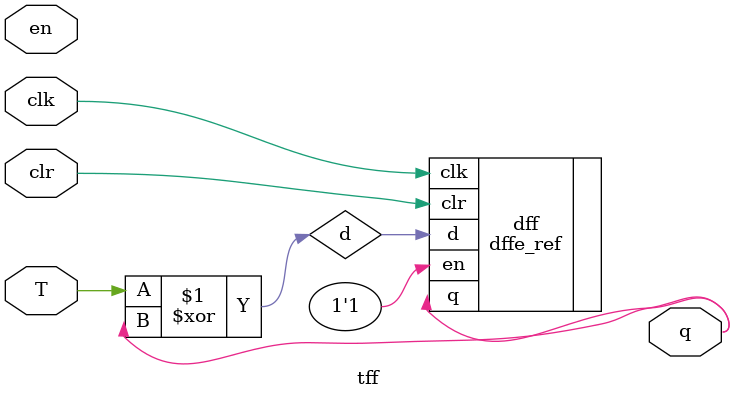
<source format=v>
module tff(
    output q,     
    input T,
    input clk,   
    input en,
    input clr 
);
    wire d;

    //input for flipflop

    assign d = T ^ q;

    
    dffe_ref dff(
        .q(q),
        .d(d),
        .clk(clk),
        .en(1'b1), //always enabled
        .clr(clr)
    );

endmodule

</source>
